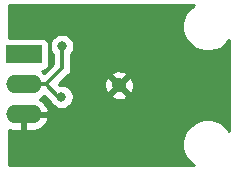
<source format=gbl>
G04 #@! TF.GenerationSoftware,KiCad,Pcbnew,(5.1.2)-1*
G04 #@! TF.CreationDate,2020-07-04T22:19:09+09:00*
G04 #@! TF.ProjectId,SPU0410LR5H,53505530-3431-4304-9c52-35482e6b6963,v1.1*
G04 #@! TF.SameCoordinates,Original*
G04 #@! TF.FileFunction,Copper,L2,Bot*
G04 #@! TF.FilePolarity,Positive*
%FSLAX46Y46*%
G04 Gerber Fmt 4.6, Leading zero omitted, Abs format (unit mm)*
G04 Created by KiCad (PCBNEW (5.1.2)-1) date 2020-07-04 22:19:09*
%MOMM*%
%LPD*%
G04 APERTURE LIST*
%ADD10R,3.048000X1.524000*%
%ADD11O,3.048000X1.524000*%
%ADD12C,1.224000*%
%ADD13C,0.800000*%
%ADD14C,0.300000*%
%ADD15C,0.254000*%
G04 APERTURE END LIST*
D10*
X141920000Y-108880000D03*
D11*
X141920000Y-111420000D03*
X141920000Y-113960000D03*
D12*
X150000000Y-111500000D03*
D13*
X146650000Y-107990000D03*
X154000000Y-108000000D03*
X158800000Y-113000000D03*
X149100000Y-116200000D03*
X145168600Y-108195800D03*
X145119600Y-112484700D03*
D14*
X143794300Y-113960000D02*
X147540000Y-113960000D01*
X147540000Y-113960000D02*
X150000000Y-111500000D01*
X141920000Y-113960000D02*
X143794300Y-113960000D01*
X150000000Y-111340000D02*
X150000000Y-111500000D01*
X146650000Y-107990000D02*
X150000000Y-111340000D01*
X145168600Y-108195800D02*
X145168600Y-110045700D01*
X145168600Y-110045700D02*
X143794300Y-111420000D01*
X143794300Y-111420000D02*
X144859000Y-112484700D01*
X144859000Y-112484700D02*
X145119600Y-112484700D01*
X141920000Y-111420000D02*
X143794300Y-111420000D01*
D15*
G36*
X156139017Y-104841637D02*
G01*
X155841637Y-105139017D01*
X155607988Y-105488698D01*
X155447047Y-105877244D01*
X155365000Y-106289721D01*
X155365000Y-106710279D01*
X155447047Y-107122756D01*
X155607988Y-107511302D01*
X155841637Y-107860983D01*
X156139017Y-108158363D01*
X156488698Y-108392012D01*
X156877244Y-108552953D01*
X157289721Y-108635000D01*
X157710279Y-108635000D01*
X158122756Y-108552953D01*
X158511302Y-108392012D01*
X158860983Y-108158363D01*
X159158363Y-107860983D01*
X159290000Y-107663974D01*
X159290001Y-115336027D01*
X159158363Y-115139017D01*
X158860983Y-114841637D01*
X158511302Y-114607988D01*
X158122756Y-114447047D01*
X157710279Y-114365000D01*
X157289721Y-114365000D01*
X156877244Y-114447047D01*
X156488698Y-114607988D01*
X156139017Y-114841637D01*
X155841637Y-115139017D01*
X155607988Y-115488698D01*
X155447047Y-115877244D01*
X155365000Y-116289721D01*
X155365000Y-116710279D01*
X155447047Y-117122756D01*
X155607988Y-117511302D01*
X155841637Y-117860983D01*
X156139017Y-118158363D01*
X156336026Y-118290000D01*
X140710000Y-118290000D01*
X140710000Y-115284745D01*
X140760899Y-115305381D01*
X141031000Y-115357000D01*
X141793000Y-115357000D01*
X141793000Y-114087000D01*
X142047000Y-114087000D01*
X142047000Y-115357000D01*
X142809000Y-115357000D01*
X143079101Y-115305381D01*
X143333942Y-115202059D01*
X143563729Y-115051006D01*
X143759632Y-114858026D01*
X143914122Y-114630535D01*
X144021262Y-114377276D01*
X144036220Y-114303070D01*
X143913720Y-114087000D01*
X142047000Y-114087000D01*
X141793000Y-114087000D01*
X141773000Y-114087000D01*
X141773000Y-113833000D01*
X141793000Y-113833000D01*
X141793000Y-113813000D01*
X142047000Y-113813000D01*
X142047000Y-113833000D01*
X143913720Y-113833000D01*
X144036220Y-113616930D01*
X144021262Y-113542724D01*
X143914122Y-113289465D01*
X143759632Y-113061974D01*
X143563729Y-112868994D01*
X143333942Y-112717941D01*
X143267587Y-112691038D01*
X143461887Y-112587183D01*
X143674608Y-112412608D01*
X143675574Y-112411431D01*
X144176442Y-112912300D01*
X144202395Y-112974956D01*
X144315663Y-113144474D01*
X144459826Y-113288637D01*
X144629344Y-113401905D01*
X144817702Y-113479926D01*
X145017661Y-113519700D01*
X145221539Y-113519700D01*
X145421498Y-113479926D01*
X145609856Y-113401905D01*
X145779374Y-113288637D01*
X145923537Y-113144474D01*
X146036805Y-112974956D01*
X146114826Y-112786598D01*
X146154600Y-112586639D01*
X146154600Y-112382761D01*
X146149745Y-112358349D01*
X149321256Y-112358349D01*
X149370024Y-112583154D01*
X149593442Y-112685244D01*
X149832484Y-112741786D01*
X150077963Y-112750606D01*
X150320446Y-112711367D01*
X150550615Y-112625575D01*
X150629976Y-112583154D01*
X150678744Y-112358349D01*
X150000000Y-111679605D01*
X149321256Y-112358349D01*
X146149745Y-112358349D01*
X146114826Y-112182802D01*
X146036805Y-111994444D01*
X145923537Y-111824926D01*
X145779374Y-111680763D01*
X145625523Y-111577963D01*
X148749394Y-111577963D01*
X148788633Y-111820446D01*
X148874425Y-112050615D01*
X148916846Y-112129976D01*
X149141651Y-112178744D01*
X149820395Y-111500000D01*
X150179605Y-111500000D01*
X150858349Y-112178744D01*
X151083154Y-112129976D01*
X151185244Y-111906558D01*
X151241786Y-111667516D01*
X151250606Y-111422037D01*
X151211367Y-111179554D01*
X151125575Y-110949385D01*
X151083154Y-110870024D01*
X150858349Y-110821256D01*
X150179605Y-111500000D01*
X149820395Y-111500000D01*
X149141651Y-110821256D01*
X148916846Y-110870024D01*
X148814756Y-111093442D01*
X148758214Y-111332484D01*
X148749394Y-111577963D01*
X145625523Y-111577963D01*
X145609856Y-111567495D01*
X145421498Y-111489474D01*
X145221539Y-111449700D01*
X145017661Y-111449700D01*
X144948012Y-111463554D01*
X144904457Y-111420000D01*
X145682806Y-110641651D01*
X149321256Y-110641651D01*
X150000000Y-111320395D01*
X150678744Y-110641651D01*
X150629976Y-110416846D01*
X150406558Y-110314756D01*
X150167516Y-110258214D01*
X149922037Y-110249394D01*
X149679554Y-110288633D01*
X149449385Y-110374425D01*
X149370024Y-110416846D01*
X149321256Y-110641651D01*
X145682806Y-110641651D01*
X145696410Y-110628047D01*
X145726364Y-110603464D01*
X145824462Y-110483933D01*
X145897354Y-110347560D01*
X145907305Y-110314756D01*
X145942242Y-110199587D01*
X145952721Y-110093185D01*
X145953600Y-110084261D01*
X145953600Y-110084256D01*
X145957397Y-110045700D01*
X145953600Y-110007144D01*
X145953600Y-108874511D01*
X145972537Y-108855574D01*
X146085805Y-108686056D01*
X146163826Y-108497698D01*
X146203600Y-108297739D01*
X146203600Y-108093861D01*
X146163826Y-107893902D01*
X146085805Y-107705544D01*
X145972537Y-107536026D01*
X145828374Y-107391863D01*
X145658856Y-107278595D01*
X145470498Y-107200574D01*
X145270539Y-107160800D01*
X145066661Y-107160800D01*
X144866702Y-107200574D01*
X144678344Y-107278595D01*
X144508826Y-107391863D01*
X144364663Y-107536026D01*
X144251395Y-107705544D01*
X144173374Y-107893902D01*
X144133600Y-108093861D01*
X144133600Y-108297739D01*
X144173374Y-108497698D01*
X144251395Y-108686056D01*
X144364663Y-108855574D01*
X144383600Y-108874511D01*
X144383601Y-109720542D01*
X143675574Y-110428569D01*
X143674608Y-110427392D01*
X143489622Y-110275579D01*
X143568482Y-110267812D01*
X143688180Y-110231502D01*
X143798494Y-110172537D01*
X143895185Y-110093185D01*
X143974537Y-109996494D01*
X144033502Y-109886180D01*
X144069812Y-109766482D01*
X144082072Y-109642000D01*
X144082072Y-108118000D01*
X144069812Y-107993518D01*
X144033502Y-107873820D01*
X143974537Y-107763506D01*
X143895185Y-107666815D01*
X143798494Y-107587463D01*
X143688180Y-107528498D01*
X143568482Y-107492188D01*
X143444000Y-107479928D01*
X140710000Y-107479928D01*
X140710000Y-104710000D01*
X156336026Y-104710000D01*
X156139017Y-104841637D01*
X156139017Y-104841637D01*
G37*
X156139017Y-104841637D02*
X155841637Y-105139017D01*
X155607988Y-105488698D01*
X155447047Y-105877244D01*
X155365000Y-106289721D01*
X155365000Y-106710279D01*
X155447047Y-107122756D01*
X155607988Y-107511302D01*
X155841637Y-107860983D01*
X156139017Y-108158363D01*
X156488698Y-108392012D01*
X156877244Y-108552953D01*
X157289721Y-108635000D01*
X157710279Y-108635000D01*
X158122756Y-108552953D01*
X158511302Y-108392012D01*
X158860983Y-108158363D01*
X159158363Y-107860983D01*
X159290000Y-107663974D01*
X159290001Y-115336027D01*
X159158363Y-115139017D01*
X158860983Y-114841637D01*
X158511302Y-114607988D01*
X158122756Y-114447047D01*
X157710279Y-114365000D01*
X157289721Y-114365000D01*
X156877244Y-114447047D01*
X156488698Y-114607988D01*
X156139017Y-114841637D01*
X155841637Y-115139017D01*
X155607988Y-115488698D01*
X155447047Y-115877244D01*
X155365000Y-116289721D01*
X155365000Y-116710279D01*
X155447047Y-117122756D01*
X155607988Y-117511302D01*
X155841637Y-117860983D01*
X156139017Y-118158363D01*
X156336026Y-118290000D01*
X140710000Y-118290000D01*
X140710000Y-115284745D01*
X140760899Y-115305381D01*
X141031000Y-115357000D01*
X141793000Y-115357000D01*
X141793000Y-114087000D01*
X142047000Y-114087000D01*
X142047000Y-115357000D01*
X142809000Y-115357000D01*
X143079101Y-115305381D01*
X143333942Y-115202059D01*
X143563729Y-115051006D01*
X143759632Y-114858026D01*
X143914122Y-114630535D01*
X144021262Y-114377276D01*
X144036220Y-114303070D01*
X143913720Y-114087000D01*
X142047000Y-114087000D01*
X141793000Y-114087000D01*
X141773000Y-114087000D01*
X141773000Y-113833000D01*
X141793000Y-113833000D01*
X141793000Y-113813000D01*
X142047000Y-113813000D01*
X142047000Y-113833000D01*
X143913720Y-113833000D01*
X144036220Y-113616930D01*
X144021262Y-113542724D01*
X143914122Y-113289465D01*
X143759632Y-113061974D01*
X143563729Y-112868994D01*
X143333942Y-112717941D01*
X143267587Y-112691038D01*
X143461887Y-112587183D01*
X143674608Y-112412608D01*
X143675574Y-112411431D01*
X144176442Y-112912300D01*
X144202395Y-112974956D01*
X144315663Y-113144474D01*
X144459826Y-113288637D01*
X144629344Y-113401905D01*
X144817702Y-113479926D01*
X145017661Y-113519700D01*
X145221539Y-113519700D01*
X145421498Y-113479926D01*
X145609856Y-113401905D01*
X145779374Y-113288637D01*
X145923537Y-113144474D01*
X146036805Y-112974956D01*
X146114826Y-112786598D01*
X146154600Y-112586639D01*
X146154600Y-112382761D01*
X146149745Y-112358349D01*
X149321256Y-112358349D01*
X149370024Y-112583154D01*
X149593442Y-112685244D01*
X149832484Y-112741786D01*
X150077963Y-112750606D01*
X150320446Y-112711367D01*
X150550615Y-112625575D01*
X150629976Y-112583154D01*
X150678744Y-112358349D01*
X150000000Y-111679605D01*
X149321256Y-112358349D01*
X146149745Y-112358349D01*
X146114826Y-112182802D01*
X146036805Y-111994444D01*
X145923537Y-111824926D01*
X145779374Y-111680763D01*
X145625523Y-111577963D01*
X148749394Y-111577963D01*
X148788633Y-111820446D01*
X148874425Y-112050615D01*
X148916846Y-112129976D01*
X149141651Y-112178744D01*
X149820395Y-111500000D01*
X150179605Y-111500000D01*
X150858349Y-112178744D01*
X151083154Y-112129976D01*
X151185244Y-111906558D01*
X151241786Y-111667516D01*
X151250606Y-111422037D01*
X151211367Y-111179554D01*
X151125575Y-110949385D01*
X151083154Y-110870024D01*
X150858349Y-110821256D01*
X150179605Y-111500000D01*
X149820395Y-111500000D01*
X149141651Y-110821256D01*
X148916846Y-110870024D01*
X148814756Y-111093442D01*
X148758214Y-111332484D01*
X148749394Y-111577963D01*
X145625523Y-111577963D01*
X145609856Y-111567495D01*
X145421498Y-111489474D01*
X145221539Y-111449700D01*
X145017661Y-111449700D01*
X144948012Y-111463554D01*
X144904457Y-111420000D01*
X145682806Y-110641651D01*
X149321256Y-110641651D01*
X150000000Y-111320395D01*
X150678744Y-110641651D01*
X150629976Y-110416846D01*
X150406558Y-110314756D01*
X150167516Y-110258214D01*
X149922037Y-110249394D01*
X149679554Y-110288633D01*
X149449385Y-110374425D01*
X149370024Y-110416846D01*
X149321256Y-110641651D01*
X145682806Y-110641651D01*
X145696410Y-110628047D01*
X145726364Y-110603464D01*
X145824462Y-110483933D01*
X145897354Y-110347560D01*
X145907305Y-110314756D01*
X145942242Y-110199587D01*
X145952721Y-110093185D01*
X145953600Y-110084261D01*
X145953600Y-110084256D01*
X145957397Y-110045700D01*
X145953600Y-110007144D01*
X145953600Y-108874511D01*
X145972537Y-108855574D01*
X146085805Y-108686056D01*
X146163826Y-108497698D01*
X146203600Y-108297739D01*
X146203600Y-108093861D01*
X146163826Y-107893902D01*
X146085805Y-107705544D01*
X145972537Y-107536026D01*
X145828374Y-107391863D01*
X145658856Y-107278595D01*
X145470498Y-107200574D01*
X145270539Y-107160800D01*
X145066661Y-107160800D01*
X144866702Y-107200574D01*
X144678344Y-107278595D01*
X144508826Y-107391863D01*
X144364663Y-107536026D01*
X144251395Y-107705544D01*
X144173374Y-107893902D01*
X144133600Y-108093861D01*
X144133600Y-108297739D01*
X144173374Y-108497698D01*
X144251395Y-108686056D01*
X144364663Y-108855574D01*
X144383600Y-108874511D01*
X144383601Y-109720542D01*
X143675574Y-110428569D01*
X143674608Y-110427392D01*
X143489622Y-110275579D01*
X143568482Y-110267812D01*
X143688180Y-110231502D01*
X143798494Y-110172537D01*
X143895185Y-110093185D01*
X143974537Y-109996494D01*
X144033502Y-109886180D01*
X144069812Y-109766482D01*
X144082072Y-109642000D01*
X144082072Y-108118000D01*
X144069812Y-107993518D01*
X144033502Y-107873820D01*
X143974537Y-107763506D01*
X143895185Y-107666815D01*
X143798494Y-107587463D01*
X143688180Y-107528498D01*
X143568482Y-107492188D01*
X143444000Y-107479928D01*
X140710000Y-107479928D01*
X140710000Y-104710000D01*
X156336026Y-104710000D01*
X156139017Y-104841637D01*
M02*

</source>
